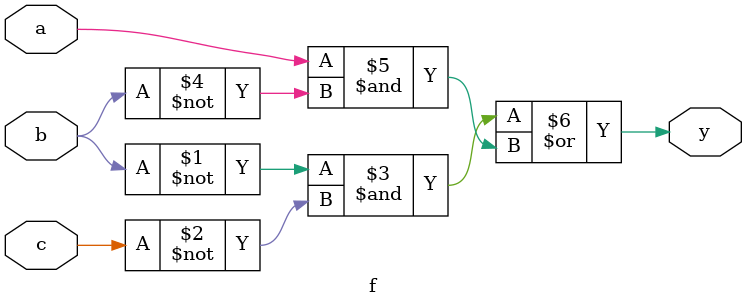
<source format=v>
module f(
    input a,
    input b,
    input c,
    output y
);

assign y = (~b & ~c) | (a & ~b);
endmodule

</source>
